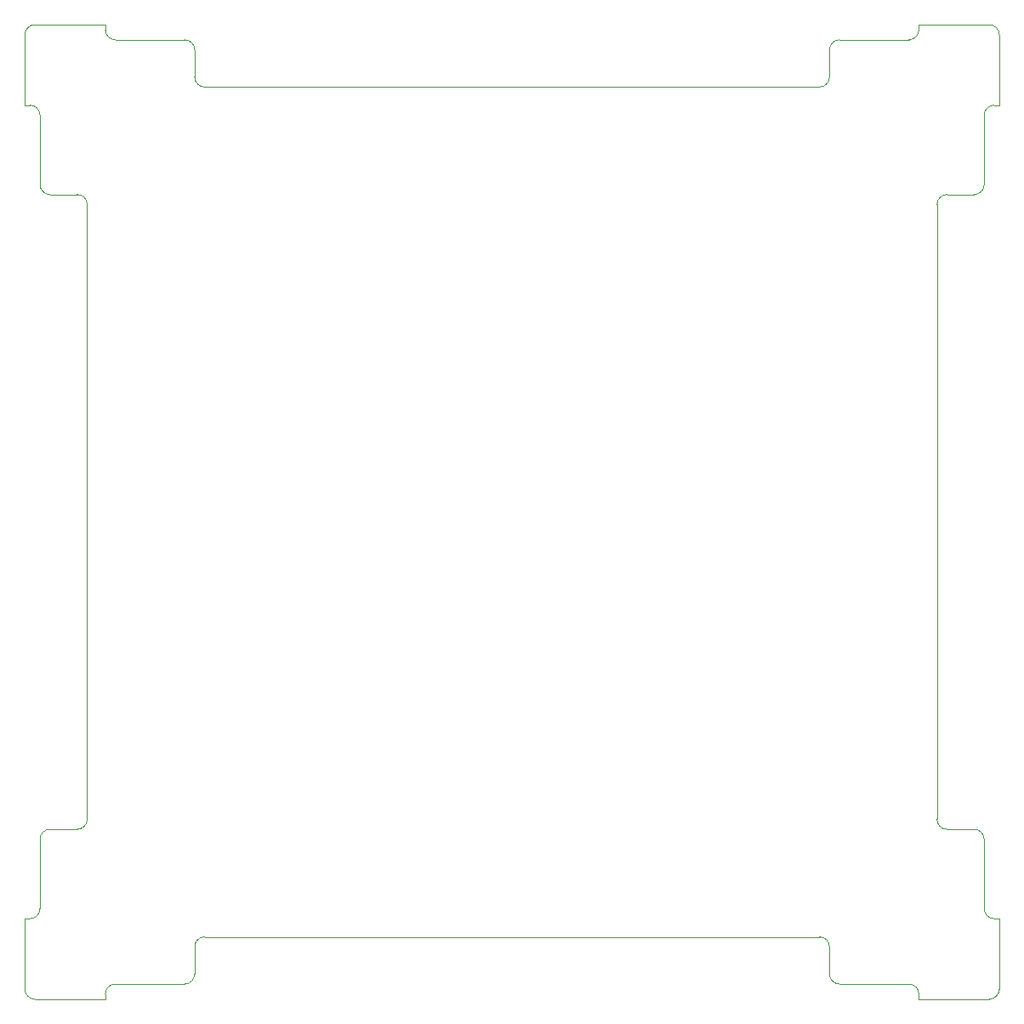
<source format=gm1>
G04 #@! TF.GenerationSoftware,KiCad,Pcbnew,7.0.1-0*
G04 #@! TF.CreationDate,2023-03-19T01:34:27-04:00*
G04 #@! TF.ProjectId,bottom-adapter,626f7474-6f6d-42d6-9164-61707465722e,3*
G04 #@! TF.SameCoordinates,Original*
G04 #@! TF.FileFunction,Profile,NP*
%FSLAX46Y46*%
G04 Gerber Fmt 4.6, Leading zero omitted, Abs format (unit mm)*
G04 Created by KiCad (PCBNEW 7.0.1-0) date 2023-03-19 01:34:27*
%MOMM*%
%LPD*%
G01*
G04 APERTURE LIST*
G04 #@! TA.AperFunction,Profile*
%ADD10C,0.100000*%
G04 #@! TD*
G04 APERTURE END LIST*
D10*
X75200000Y-130100000D02*
G75*
G03*
X76200000Y-129100000I0J1000000D01*
G01*
X72500000Y-130100000D02*
G75*
G03*
X71500000Y-131100000I0J-1000000D01*
G01*
X161800000Y-66900000D02*
G75*
G03*
X160800000Y-67900000I0J-1000000D01*
G01*
X167000000Y-58000000D02*
X167000000Y-51000000D01*
X167000000Y-58000000D02*
X166500000Y-58000000D01*
X86900000Y-55200000D02*
G75*
G03*
X87900000Y-56200000I1000000J0D01*
G01*
X159000000Y-50000000D02*
X166000000Y-50000000D01*
X165500000Y-138000000D02*
G75*
G03*
X166500000Y-139000000I1000000J0D01*
G01*
X70000000Y-146000000D02*
G75*
G03*
X71000000Y-147000000I1000000J0D01*
G01*
X149100000Y-140800000D02*
X87900000Y-140800000D01*
X166000000Y-147000000D02*
G75*
G03*
X167000000Y-146000000I0J1000000D01*
G01*
X79000000Y-145500000D02*
G75*
G03*
X78000000Y-146500000I0J-1000000D01*
G01*
X159000000Y-146500000D02*
G75*
G03*
X158000000Y-145500000I-1000000J0D01*
G01*
X70000000Y-139000000D02*
X70000000Y-146000000D01*
X165500000Y-131100000D02*
G75*
G03*
X164500000Y-130100000I-1000000J0D01*
G01*
X70500000Y-58000000D02*
X70000000Y-58000000D01*
X150100000Y-141800000D02*
X150100000Y-144500000D01*
X87900000Y-56200000D02*
X149100000Y-56200000D01*
X71500000Y-65900000D02*
G75*
G03*
X72500000Y-66900000I1000000J0D01*
G01*
X78000000Y-147000000D02*
X71000000Y-147000000D01*
X166000000Y-147000000D02*
X159000000Y-147000000D01*
X166500000Y-139000000D02*
X167000000Y-139000000D01*
X158000000Y-51500000D02*
G75*
G03*
X159000000Y-50500000I0J1000000D01*
G01*
X160800000Y-67900000D02*
X160800000Y-129100000D01*
X85900000Y-145500000D02*
X79000000Y-145500000D01*
X75200000Y-130100000D02*
X72500000Y-130100000D01*
X165500000Y-59000000D02*
X165500000Y-65900000D01*
X150100000Y-55200000D02*
X150100000Y-52500000D01*
X149100000Y-56200000D02*
G75*
G03*
X150100000Y-55200000I0J1000000D01*
G01*
X86900000Y-141800000D02*
X86900000Y-144500000D01*
X158000000Y-145500000D02*
X151100000Y-145500000D01*
X87900000Y-140800000D02*
G75*
G03*
X86900000Y-141800000I0J-1000000D01*
G01*
X75200000Y-66900000D02*
X72500000Y-66900000D01*
X78000000Y-50500000D02*
G75*
G03*
X79000000Y-51500000I1000000J0D01*
G01*
X161800000Y-130100000D02*
X164500000Y-130100000D01*
X167000000Y-51000000D02*
G75*
G03*
X166000000Y-50000000I-1000000J0D01*
G01*
X79000000Y-51500000D02*
X85900000Y-51500000D01*
X71500000Y-131100000D02*
X71500000Y-138000000D01*
X161800000Y-66900000D02*
X164500000Y-66900000D01*
X159000000Y-50000000D02*
X159000000Y-50500000D01*
X85900000Y-145500000D02*
G75*
G03*
X86900000Y-144500000I0J1000000D01*
G01*
X78000000Y-50500000D02*
X78000000Y-50000000D01*
X70000000Y-139000000D02*
X70500000Y-139000000D01*
X71500000Y-59000000D02*
G75*
G03*
X70500000Y-58000000I-1000000J0D01*
G01*
X160800000Y-129100000D02*
G75*
G03*
X161800000Y-130100000I1000000J0D01*
G01*
X166500000Y-58000000D02*
G75*
G03*
X165500000Y-59000000I0J-1000000D01*
G01*
X76200000Y-129100000D02*
X76200000Y-67900000D01*
X86900000Y-55200000D02*
X86900000Y-52500000D01*
X70000000Y-51000000D02*
X70000000Y-58000000D01*
X158000000Y-51500000D02*
X151100000Y-51500000D01*
X71500000Y-59000000D02*
X71500000Y-65900000D01*
X86900000Y-52500000D02*
G75*
G03*
X85900000Y-51500000I-1000000J0D01*
G01*
X164500000Y-66900000D02*
G75*
G03*
X165500000Y-65900000I0J1000000D01*
G01*
X150100000Y-141800000D02*
G75*
G03*
X149100000Y-140800000I-1000000J0D01*
G01*
X159000000Y-146500000D02*
X159000000Y-147000000D01*
X70500000Y-139000000D02*
G75*
G03*
X71500000Y-138000000I0J1000000D01*
G01*
X150100000Y-144500000D02*
G75*
G03*
X151100000Y-145500000I1000000J0D01*
G01*
X151100000Y-51500000D02*
G75*
G03*
X150100000Y-52500000I0J-1000000D01*
G01*
X165500000Y-131100000D02*
X165500000Y-138000000D01*
X71000000Y-50000000D02*
G75*
G03*
X70000000Y-51000000I0J-1000000D01*
G01*
X78000000Y-50000000D02*
X71000000Y-50000000D01*
X167000000Y-139000000D02*
X167000000Y-146000000D01*
X76200000Y-67900000D02*
G75*
G03*
X75200000Y-66900000I-1000000J0D01*
G01*
X78000000Y-147000000D02*
X78000000Y-146500000D01*
M02*

</source>
